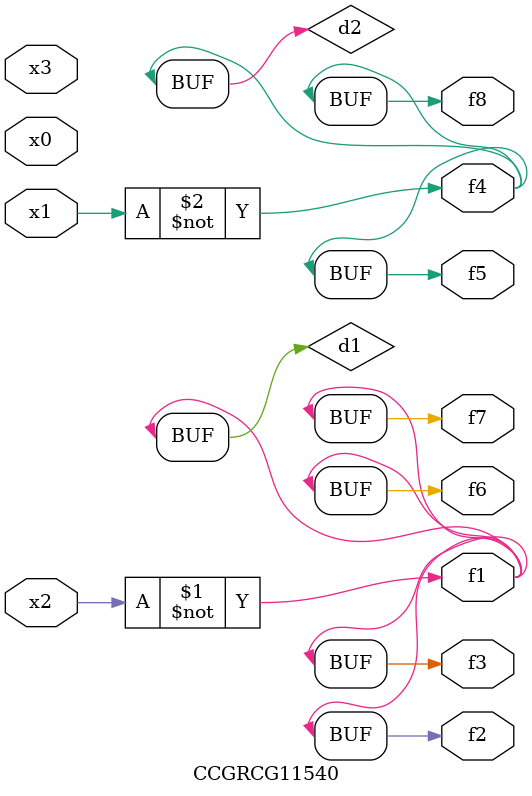
<source format=v>
module CCGRCG11540(
	input x0, x1, x2, x3,
	output f1, f2, f3, f4, f5, f6, f7, f8
);

	wire d1, d2;

	xnor (d1, x2);
	not (d2, x1);
	assign f1 = d1;
	assign f2 = d1;
	assign f3 = d1;
	assign f4 = d2;
	assign f5 = d2;
	assign f6 = d1;
	assign f7 = d1;
	assign f8 = d2;
endmodule

</source>
